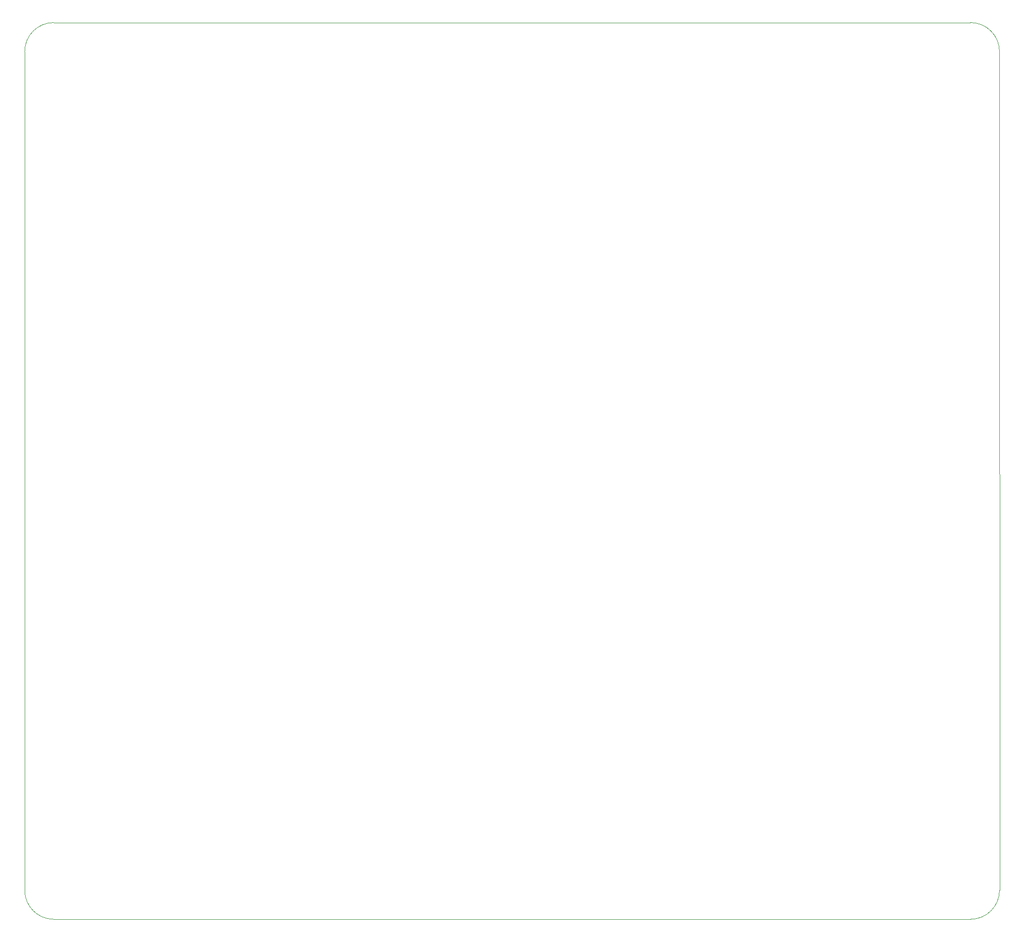
<source format=gm1>
%TF.GenerationSoftware,KiCad,Pcbnew,9.0.7-9.0.7~ubuntu24.04.1*%
%TF.CreationDate,2026-01-22T13:07:34+02:00*%
%TF.ProjectId,Coprocessor Board - Additional,436f7072-6f63-4657-9373-6f7220426f61,V0*%
%TF.SameCoordinates,Original*%
%TF.FileFunction,Profile,NP*%
%FSLAX46Y46*%
G04 Gerber Fmt 4.6, Leading zero omitted, Abs format (unit mm)*
G04 Created by KiCad (PCBNEW 9.0.7-9.0.7~ubuntu24.04.1) date 2026-01-22 13:07:34*
%MOMM*%
%LPD*%
G01*
G04 APERTURE LIST*
%TA.AperFunction,Profile*%
%ADD10C,0.100000*%
%TD*%
G04 APERTURE END LIST*
D10*
X203417898Y5079999D02*
G75*
G02*
X198337898Y2I-5079998J1D01*
G01*
X33028000Y5080000D02*
X33020000Y151765000D01*
X198337898Y0D02*
X38108000Y0D01*
X198329900Y156845000D02*
X38100000Y156845000D01*
X33020000Y151765000D02*
G75*
G02*
X38100000Y156845000I5080000J0D01*
G01*
X38108000Y0D02*
G75*
G02*
X33028000Y5080000I0J5080000D01*
G01*
X203417898Y5080000D02*
X203409000Y151765000D01*
X198329897Y156845000D02*
G75*
G02*
X203409900Y151765000I3J-5080000D01*
G01*
M02*

</source>
